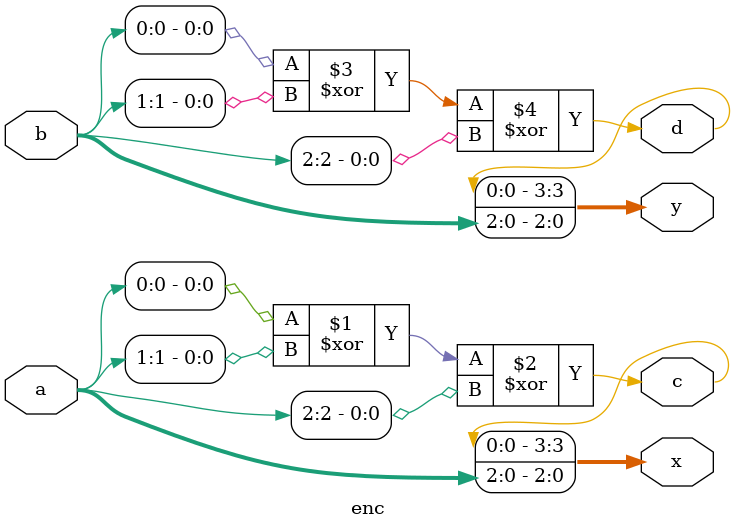
<source format=v>
module enc(a,b,c,d,x,y);
input [2:0]a;
input [2:0]b;
output c,d;
output [3:0]x,y;
assign c=a[0]^a[1]^a[2];
assign d=b[0]^b[1]^b[2];
assign x[0]=a[0];
assign x[1]=a[1];
assign x[2]=a[2];
assign y[0]=b[0];
assign y[1]=b[1];
assign y[2]=b[2];
assign x[3]=c;
assign y[3]=d;
endmodule
</source>
